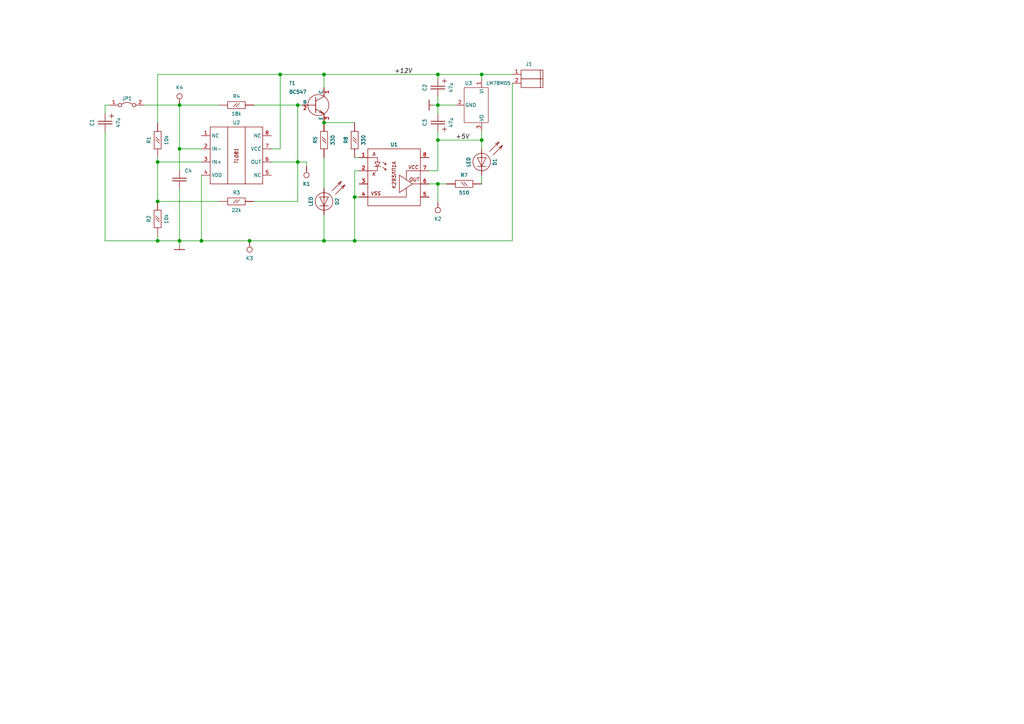
<source format=kicad_sch>
(kicad_sch (version 20231120) (generator "eeschema") (generator_version "8.0")
  (paper "A4")
  (lib_symbols
    (symbol "TL081_1" (pin_names (offset 0.381))
      (property "Reference" "U" (at 0 10.16 0))
      (symbol "TL081_1_1_1"
        (polyline (pts (xy -7.62 -7.62) (xy 7.62 -7.62)))
        (polyline (pts (xy -7.62 8.89) (xy -7.62 -7.62)))
        (polyline (pts (xy -7.62 8.89) (xy 7.62 8.89)))
        (polyline (pts (xy -2.54 8.89) (xy -2.54 -7.62)))
        (polyline (pts (xy 2.54 8.89) (xy 2.54 -7.62)))
        (polyline (pts (xy 7.62 8.89) (xy 7.62 -7.62)))
        (text "TL081" (at 0 0.508 900) (effects (font (size 1.016 1.016) (italic yes))))
        (pin output line (at -10.16 6.35 0) (length 2.54) (name "NC") (number "1"))
        (pin input line (at -10.16 2.54 0) (length 2.54) (name "IN-") (number "2"))
        (pin input line (at -10.16 -1.27 0) (length 2.54) (name "IN+") (number "3"))
        (pin power_in line (at -10.16 -5.08 0) (length 2.54) (name "VDD") (number "4"))
        (pin output line (at 10.16 -5.08 180) (length 2.54) (name "NC") (number "5"))
        (pin input line (at 10.16 -1.27 180) (length 2.54) (name "OUT") (number "6"))
        (pin output line (at 10.16 2.54 180) (length 2.54) (name "VCC") (number "7"))
        (pin power_in line (at 10.16 6.35 180) (length 2.54) (name "NC") (number "8"))
      )
    )
    (symbol "_aa40_capacitors:C_CAP" (pin_numbers hide) (pin_names (offset 0) hide)
      (property "Reference" "C" (at 0 3.81 0))
      (property "Value" "C_CAP" (at 0 -3.81 0))
      (symbol "C_CAP_1_0"
        (polyline (pts (xy -1.27 0) (xy -0.381 0)))
        (polyline (pts (xy -0.381 -2.032) (xy -0.381 2.032)) (stroke (width 0.2032)))
        (polyline (pts (xy 0.381 -2.032) (xy 0.381 2.032)) (stroke (width 0.2032)))
        (polyline (pts (xy 1.27 0) (xy 0.381 0)))
      )
      (symbol "C_CAP_1_1"
        (pin passive line (at -2.54 0 0) (length 1.27) (name "~") (number "1"))
        (pin passive line (at 2.54 0 180) (length 1.27) (name "~") (number "2"))
      )
    )
    (symbol "_aa40_capacitors:C_CAP_PLUS" (pin_numbers hide) (pin_names (offset 0) hide)
      (property "Reference" "C" (at 0 3.81 0))
      (property "Value" "C_CAP_PLUS" (at 0 -3.81 0))
      (symbol "C_CAP_PLUS_1_0"
        (polyline (pts (xy -1.27 0) (xy -0.381 0)))
        (polyline (pts (xy -0.381 -2.032) (xy -0.381 2.032)) (stroke (width 0.2032)))
        (polyline (pts (xy 0.381 -2.032) (xy 0.381 2.032)) (stroke (width 0.2032)))
        (polyline (pts (xy 1.27 0) (xy 0.381 0)))
        (polyline (pts (xy 1.905 -1.27) (xy 1.905 -2.54)))
        (polyline (pts (xy 2.54 -1.905) (xy 1.27 -1.905)))
      )
      (symbol "C_CAP_PLUS_1_1"
        (pin passive line (at 2.54 0 180) (length 1.27) (name "~") (number "1"))
        (pin passive line (at -2.54 0 0) (length 1.27) (name "~") (number "2"))
      )
    )
    (symbol "_aa40_chips:LM78M05_TO252" (pin_names (offset 0.254))
      (property "Reference" "U" (at -3.81 3.175 0))
      (property "Value" "LM78M05_TO252" (at 0 3.175 0))
      (symbol "LM78M05_TO252_1_1"
        (rectangle (start -5.08 1.905) (end 5.08 -5.08) (stroke (width 0.127)))
        (pin power_in line (at -7.62 0 0) (length 2.54) (name "VI") (number "1"))
        (pin power_in line (at 0 -7.62 90) (length 2.54) (name "GND") (number "2"))
        (pin power_out line (at 7.62 0 180) (length 2.54) (name "VO") (number "3"))
      )
    )
    (symbol "_aa40_chips:К293ЛП1А" (pin_names (offset 0.381))
      (property "Reference" "U" (at 0 10.16 0))
      (symbol "К293ЛП1А_1_1"
        (polyline (pts (xy -7.62 -7.62) (xy 7.62 -7.62)))
        (polyline (pts (xy -7.62 8.89) (xy -7.62 -7.62)))
        (polyline (pts (xy -7.62 8.89) (xy 7.62 8.89)))
        (polyline (pts (xy -5.715 3.81) (xy -3.81 3.81)))
        (polyline (pts (xy -3.302 3.556) (xy -2.286 2.794)))
        (polyline (pts (xy -3.302 5.08) (xy -2.286 4.318)))
        (polyline (pts (xy -2.286 2.794) (xy -2.794 2.794)))
        (polyline (pts (xy -2.286 2.794) (xy -2.54 3.302)))
        (polyline (pts (xy -2.286 4.318) (xy -2.794 4.318)))
        (polyline (pts (xy -2.286 4.318) (xy -2.54 4.826)))
        (polyline (pts (xy 5.334 -1.27) (xy 7.62 -1.27)))
        (polyline (pts (xy 7.62 8.89) (xy 7.62 -7.62)))
        (polyline (pts (xy -4.826 3.81) (xy -4.826 2.54) (xy -7.62 2.54)))
        (polyline (pts (xy -4.826 5.08) (xy -4.826 6.35) (xy -7.62 6.35)))
        (polyline (pts (xy 3.556 -2.54) (xy 3.556 -5.08) (xy -7.62 -5.08)))
        (polyline (pts (xy 3.556 0) (xy 3.556 2.54) (xy 7.62 2.54)))
        (polyline (pts (xy -4.826 3.81) (xy -5.588 5.08) (xy -4.064 5.08) (xy -4.826 3.81)))
        (polyline (pts (xy 5.334 -1.27) (xy 1.524 1.27) (xy 1.524 -3.81) (xy 5.334 -1.27)))
        (text "A" (at -5.842 7.366 0) (effects (font (size 1.016 1.016) (italic yes))))
        (text "K" (at -5.842 1.524 0) (effects (font (size 1.016 1.016) (italic yes))))
        (text "OUT" (at 5.842 0 0) (effects (font (size 1.016 1.016) (italic yes))))
        (text "VCC" (at 5.588 3.556 0) (effects (font (size 1.016 1.016) (italic yes))))
        (text "VSS" (at -5.334 -4.064 0) (effects (font (size 1.016 1.016) (italic yes))))
        (text "К293ЛП1А" (at 0 1.27 900) (effects (font (size 1.016 1.016) (italic yes))))
        (pin output line (at -10.16 6.35 0) (length 2.54) (name "~") (number "1"))
        (pin input line (at -10.16 2.54 0) (length 2.54) (name "~") (number "2"))
        (pin input line (at -10.16 -1.27 0) (length 2.54) (name "~") (number "3"))
        (pin power_in line (at -10.16 -5.08 0) (length 2.54) (name "~") (number "4"))
        (pin output line (at 10.16 -5.08 180) (length 2.54) (name "~") (number "5"))
        (pin input line (at 10.16 -1.27 180) (length 2.54) (name "~") (number "6"))
        (pin output line (at 10.16 2.54 180) (length 2.54) (name "~") (number "7"))
        (pin power_in line (at 10.16 6.35 180) (length 2.54) (name "~") (number "8"))
      )
    )
    (symbol "_aa40_connectors:Conn_2pin01" (pin_names (offset 1.016))
      (property "Reference" "J" (at -0.254 3.048 0))
      (symbol "Conn_2pin01_0_1"
        (rectangle (start -2.54 -1.27) (end 3.81 -3.81))
        (rectangle (start -2.54 1.27) (end 3.81 -1.27))
        (polyline (pts (xy 3.048 1.27) (xy 3.048 -3.81)))
      )
      (symbol "Conn_2pin01_1_1"
        (pin bidirectional line (at -5.08 0 0) (length 2.54) (name "~") (number "1"))
        (pin bidirectional line (at -5.08 -2.54 0) (length 2.54) (name "~") (number "2"))
      )
    )
    (symbol "_aa40_diodes:LED1" (pin_numbers hide) (pin_names (offset 0) hide)
      (property "Reference" "D" (at 0 3.81 0))
      (property "Value" "LED" (at 0 -3.81 0))
      (symbol "LED1_0_1"
        (circle (center 0 0) (radius 2.54))
      )
      (symbol "LED1_1_1"
        (polyline (pts (xy -5.588 4.826) (xy -3.048 2.286)))
        (polyline (pts (xy -4.572 5.842) (xy -2.032 3.302)))
        (polyline (pts (xy -1.27 -1.27) (xy 1.27 0)))
        (polyline (pts (xy -1.27 0) (xy 1.27 0)))
        (polyline (pts (xy -1.27 1.27) (xy -1.27 -1.27)))
        (polyline (pts (xy -1.27 1.27) (xy 1.27 0)))
        (polyline (pts (xy 1.27 1.27) (xy 1.27 -1.27)))
        (polyline (pts (xy -5.842 5.08) (xy -4.699 4.445) (xy -5.842 5.08) (xy -5.207 3.937) (xy -5.842 5.08)))
        (polyline (pts (xy -4.826 6.096) (xy -3.683 5.461) (xy -4.826 6.096) (xy -4.191 4.953) (xy -4.826 6.096)))
        (pin passive line (at 3.81 0 180) (length 2.54) (name "C") (number "1"))
        (pin passive line (at -3.81 0 0) (length 2.54) (name "A") (number "2"))
      )
    )
    (symbol "_aa40_misc:GND" (power) (pin_numbers hide) (pin_names (offset 0) hide)
      (symbol "GND_1_1"
        (polyline (pts (xy -1.524 0) (xy 1.524 0)) (stroke (width 0.2032)))
        (pin power_in line (at 0 1.27 270) (length 1.27) (name "GND") (number "1"))
      )
    )
    (symbol "_aa40_misc:JUMP2B" (pin_names (offset 0) hide)
      (property "Reference" "JP" (at 0 1.905 0))
      (property "Value" "Jumper_2_Bridged" (at 0 -2.54 0))
      (symbol "JUMP2B_0_0"
        (circle (center -2.032 0) (radius 0.508))
        (circle (center 2.032 0) (radius 0.508))
      )
      (symbol "JUMP2B_0_1"
        (arc (start 1.524 0.254) (mid 0 0.762) (end -1.524 0.254))
      )
      (symbol "JUMP2B_1_1"
        (pin passive line (at -5.08 0 0) (length 2.54) (name "A") (number "1"))
        (pin passive line (at 5.08 0 180) (length 2.54) (name "B") (number "2"))
      )
    )
    (symbol "_aa40_misc:test_point" (pin_numbers hide) (pin_names (offset 0.762) hide)
      (property "Reference" "TP" (at -3.81 0 0))
      (symbol "test_point_0_1"
        (polyline (pts (xy 0 1.778) (xy 0 0.508)))
        (circle (center 0 2.54) (radius 0.762))
      )
      (symbol "test_point_1_1"
        (pin passive line (at 0 0 90) (length 1.27) (name "1") (number "1"))
      )
    )
    (symbol "_aa40_resistors:R_RES_0.125W" (pin_numbers hide) (pin_names (offset 0) hide)
      (property "Reference" "R" (at 0 2.54 0))
      (property "Value" "R_RES_0.125W" (at 0 -2.54 0))
      (symbol "R_RES_0.125W_1_0"
        (rectangle (start -2.54 1.016) (end 2.54 -1.016))
        (polyline (pts (xy 2.54 0) (xy 5.08 0)))
      )
      (symbol "R_RES_0.125W_1_1"
        (polyline (pts (xy 0.127 0.508) (xy -0.889 -0.508)))
        (polyline (pts (xy 0.889 0.508) (xy -0.127 -0.508)))
        (pin passive line (at -5.08 0 0) (length 2.54) (name "~") (number "1"))
        (pin passive line (at 5.08 0 180) (length 2.54) (name "~") (number "2"))
      )
    )
    (symbol "_aa40_transistors:BC547" (pin_names (offset 0))
      (property "Reference" "T" (at -8.89 6.35 0))
      (property "Value" "BC547" (at -8.89 3.81 0))
      (symbol "BC547_0_1"
        (circle (center -0.381 0) (radius 3.048))
        (polyline (pts (xy -3.429 0) (xy -1.143 0)))
        (polyline (pts (xy -1.143 -1.143) (xy 1.27 -2.54)))
        (polyline (pts (xy -1.143 1.143) (xy 1.27 2.54)))
        (polyline (pts (xy -0.1778 -2.0574) (xy 1.27 -2.524)))
        (polyline (pts (xy 0.127 -1.524) (xy 1.27 -2.54)))
      )
      (symbol "BC547_1_1"
        (polyline (pts (xy -1.143 2.2225) (xy -1.143 -2.2225)) (stroke (width 0.2032)))
        (pin input line (at 1.27 5.08 270) (length 2.54) (name "C") (number "1"))
        (pin input line (at -5.08 0 0) (length 1.651) (name "B") (number "2"))
        (pin input line (at 1.27 -5.08 90) (length 2.54) (name "E") (number "3"))
      )
    )
  )
  (junction (at 127 40.64))
  (junction (at 102.87 69.85))
  (junction (at 139.7 21.59))
  (junction (at 81.28 21.59))
  (junction (at 93.98 21.59))
  (junction (at 52.07 30.48))
  (junction (at 52.07 43.18))
  (junction (at 45.72 69.85))
  (junction (at 86.36 30.48))
  (junction (at 72.39 69.85))
  (junction (at 127 21.59))
  (junction (at 93.98 69.85))
  (junction (at 93.98 35.56))
  (junction (at 102.87 57.15))
  (junction (at 86.36 46.99))
  (junction (at 58.42 69.85))
  (junction (at 52.07 69.85))
  (junction (at 139.7 40.64))
  (junction (at 127 30.48))
  (junction (at 45.72 58.42))
  (junction (at 127 53.34))
  (junction (at 45.72 46.99))
  (wire (pts (xy 86.36 58.42) (xy 86.36 46.99)))
  (wire (pts (xy 63.5 30.48) (xy 52.07 30.48)))
  (wire (pts (xy 45.72 46.99) (xy 45.72 58.42)))
  (wire (pts (xy 78.74 46.99) (xy 86.36 46.99)))
  (wire (pts (xy 93.98 45.72) (xy 93.98 54.61)))
  (wire (pts (xy 102.87 49.53) (xy 102.87 57.15)))
  (wire (pts (xy 102.87 69.85) (xy 148.59 69.85)))
  (wire (pts (xy 30.48 38.1) (xy 30.48 69.85)))
  (wire (pts (xy 139.7 22.86) (xy 139.7 21.59)))
  (wire (pts (xy 78.74 43.18) (xy 81.28 43.18)))
  (wire (pts (xy 30.48 69.85) (xy 45.72 69.85)))
  (wire (pts (xy 58.42 69.85) (xy 52.07 69.85)))
  (wire (pts (xy 127 22.86) (xy 127 21.59)))
  (wire (pts (xy 104.14 57.15) (xy 102.87 57.15)))
  (wire (pts (xy 127 21.59) (xy 139.7 21.59)))
  (wire (pts (xy 132.08 30.48) (xy 127 30.48)))
  (wire (pts (xy 148.59 24.13) (xy 148.59 69.85)))
  (wire (pts (xy 87.63 30.48) (xy 86.36 30.48)))
  (wire (pts (xy 52.07 49.53) (xy 52.07 43.18)))
  (wire (pts (xy 104.14 49.53) (xy 102.87 49.53)))
  (wire (pts (xy 45.72 21.59) (xy 81.28 21.59)))
  (wire (pts (xy 41.91 30.48) (xy 52.07 30.48)))
  (wire (pts (xy 129.54 53.34) (xy 127 53.34)))
  (wire (pts (xy 102.87 35.56) (xy 93.98 35.56)))
  (wire (pts (xy 52.07 69.85) (xy 45.72 69.85)))
  (wire (pts (xy 127 30.48) (xy 127 33.02)))
  (wire (pts (xy 102.87 57.15) (xy 102.87 69.85)))
  (wire (pts (xy 52.07 54.61) (xy 52.07 69.85)))
  (wire (pts (xy 139.7 40.64) (xy 127 40.64)))
  (wire (pts (xy 139.7 38.1) (xy 139.7 40.64)))
  (wire (pts (xy 127 38.1) (xy 127 40.64)))
  (wire (pts (xy 73.66 58.42) (xy 86.36 58.42)))
  (wire (pts (xy 139.7 21.59) (xy 148.59 21.59)))
  (wire (pts (xy 45.72 45.72) (xy 45.72 46.99)))
  (wire (pts (xy 104.14 45.72) (xy 102.87 45.72)))
  (wire (pts (xy 81.28 43.18) (xy 81.28 21.59)))
  (wire (pts (xy 93.98 62.23) (xy 93.98 69.85)))
  (wire (pts (xy 93.98 21.59) (xy 127 21.59)))
  (wire (pts (xy 124.46 49.53) (xy 127 49.53)))
  (wire (pts (xy 30.48 33.02) (xy 30.48 30.48)))
  (wire (pts (xy 139.7 50.8) (xy 139.7 53.34)))
  (wire (pts (xy 127 53.34) (xy 124.46 53.34)))
  (wire (pts (xy 93.98 25.4) (xy 93.98 21.59)))
  (wire (pts (xy 127 58.42) (xy 127 53.34)))
  (wire (pts (xy 127 40.64) (xy 127 49.53)))
  (wire (pts (xy 73.66 30.48) (xy 86.36 30.48)))
  (wire (pts (xy 63.5 58.42) (xy 45.72 58.42)))
  (wire (pts (xy 86.36 30.48) (xy 86.36 46.99)))
  (wire (pts (xy 45.72 69.85) (xy 45.72 68.58)))
  (wire (pts (xy 125.73 30.48) (xy 127 30.48)))
  (wire (pts (xy 58.42 46.99) (xy 45.72 46.99)))
  (wire (pts (xy 139.7 43.18) (xy 139.7 40.64)))
  (wire (pts (xy 88.9 46.99) (xy 86.36 46.99)))
  (wire (pts (xy 52.07 71.12) (xy 52.07 69.85)))
  (wire (pts (xy 52.07 43.18) (xy 58.42 43.18)))
  (wire (pts (xy 45.72 21.59) (xy 45.72 35.56)))
  (wire (pts (xy 88.9 48.26) (xy 88.9 46.99)))
  (wire (pts (xy 58.42 50.8) (xy 58.42 69.85)))
  (wire (pts (xy 93.98 69.85) (xy 72.39 69.85)))
  (wire (pts (xy 30.48 30.48) (xy 31.75 30.48)))
  (wire (pts (xy 102.87 69.85) (xy 93.98 69.85)))
  (wire (pts (xy 127 27.94) (xy 127 30.48)))
  (wire (pts (xy 72.39 69.85) (xy 58.42 69.85)))
  (wire (pts (xy 52.07 30.48) (xy 52.07 43.18)))
  (wire (pts (xy 81.28 21.59) (xy 93.98 21.59)))
  (label "+12V" (at 114.3 21.59 0) (effects (font (italic yes))))
  (label "+5V" (at 132.08 40.64 0) (effects (font (italic yes))))
  (symbol (lib_id "_aa40_resistors:R_RES_0.125W") (at 45.72 40.64 90) (unit 1)
    (property "Reference" "R1" (at 43.18 40.64 0) (effects (font (size 1.016 1.016))))
    (property "Value" "10k" (at 48.26 40.64 0) (effects (font (size 1.016 1.016))))
    (property "Footprint" "Resistor_THT:R_Axial_DIN0309_L9.0mm_D3.2mm_P12.70mm_Horizontal" (effects (hide yes)))
    (property "Description" "Резистор 0.125 Ватт" (effects (hide yes)))
  )
  (symbol (lib_id "_aa40_diodes:LED1") (at 93.98 58.42 270) (unit 1)
    (property "Reference" "D2" (at 97.79 58.42 0) (effects (font (size 1.016 1.016))))
    (property "Value" "LED" (at 90.17 58.42 0) (effects (font (size 1.016 1.016))))
    (property "Footprint" "_aDiodes:LED_D3.0mm" (effects (hide yes)))
    (property "Description" "Светодиод" (effects (hide yes)))
  )
  (symbol (lib_id "_aa40_misc:test_point") (at 52.07 30.48 0) (unit 1)
    (property "Reference" "K4" (at 52.07 25.4 0) (effects (font (size 1.016 1.016))))
    (property "Value" "test_point" (effects (hide yes)))
    (property "Footprint" "TestPoint:TestPoint_THTPad_D2.5mm_Drill1.2mm" (effects (hide yes)))
  )
  (symbol (lib_id "_aa40_chips:К293ЛП1А") (at 114.3 52.07 0) (unit 1)
    (property "Reference" "U1" (at 114.3 41.91 0) (effects (font (size 1.016 1.016))))
    (property "Value" "К293ЛП1А" (effects (hide yes)))
    (property "Footprint" "Package_DIP:DIP-8_W7.62mm_LongPads" (effects (hide yes)))
  )
  (symbol (lib_id "_aa40_misc:GND") (at 124.46 30.48 270) (unit 1)
    (property "Reference" "#PWR02" (effects (hide yes)))
    (property "Value" "GND" (effects (hide yes)))
    (property "Description" "Соединение с общим проводом (корпусом)" (effects (hide yes)))
  )
  (symbol (lib_id "_aa40_transistors:BC547") (at 92.71 30.48 0) (unit 1)
    (property "Reference" "T1" (at 83.82 24.13 0) (effects (font (size 1.016 1.016)) (justify left)))
    (property "Value" "BC547" (at 83.82 26.67 0) (effects (font (size 1.016 1.016)) (justify left)))
    (property "Footprint" "_aTransistors:TO-92-01" (effects (hide yes)))
    (property "Description" "Транзистор NPN, Vceo=45V, Ic=500mA, Ptot=625mW, hfe=125...900" (effects (hide yes)))
  )
  (symbol (lib_id "_aa40_misc:GND") (at 52.07 72.39 0) (unit 1)
    (property "Reference" "#PWR01" (effects (hide yes)))
    (property "Value" "GND" (effects (hide yes)))
    (property "Description" "Соединение с общим проводом (корпусом)" (effects (hide yes)))
  )
  (symbol (lib_id "_aa40_resistors:R_RES_0.125W") (at 68.58 58.42 0) (unit 1)
    (property "Reference" "R3" (at 68.58 55.88 0) (effects (font (size 1.016 1.016))))
    (property "Value" "22k" (at 68.58 60.96 0) (effects (font (size 1.016 1.016))))
    (property "Footprint" "Resistor_THT:R_Axial_DIN0309_L9.0mm_D3.2mm_P12.70mm_Horizontal" (effects (hide yes)))
    (property "Description" "Резистор 0.125 Ватт" (effects (hide yes)))
  )
  (symbol (lib_id "_aa40_capacitors:C_CAP") (at 52.07 52.07 90) (unit 1)
    (property "Reference" "C4" (at 54.61 49.53 90) (effects (font (size 1.016 1.016))))
    (property "Value" "C_CAP" (effects (hide yes)))
    (property "Footprint" "Capacitor_SMD:C_1206_3216Metric" (effects (hide yes)))
    (property "Description" "Конденсатор постоянной емкости" (effects (hide yes)))
  )
  (symbol (lib_id "_aa40_misc:test_point") (at 127 58.42 180) (unit 1)
    (property "Reference" "K2" (at 127 63.5 0) (effects (font (size 1.016 1.016))))
    (property "Value" "test_point" (effects (hide yes)))
    (property "Footprint" "TestPoint:TestPoint_THTPad_D2.5mm_Drill1.2mm" (effects (hide yes)))
  )
  (symbol (lib_id "_aa40_misc:test_point") (at 88.9 48.26 180) (unit 1)
    (property "Reference" "K1" (at 88.9 53.34 0) (effects (font (size 1.016 1.016))))
    (property "Value" "test_point" (effects (hide yes)))
    (property "Footprint" "TestPoint:TestPoint_THTPad_D2.5mm_Drill1.2mm" (effects (hide yes)))
  )
  (symbol (lib_id "_aa40_resistors:R_RES_0.125W") (at 102.87 40.64 90) (unit 1)
    (property "Reference" "R8" (at 100.33 40.64 0) (effects (font (size 1.016 1.016))))
    (property "Value" "330" (at 105.41 40.64 0) (effects (font (size 1.016 1.016))))
    (property "Footprint" "Resistor_THT:R_Axial_DIN0309_L9.0mm_D3.2mm_P12.70mm_Horizontal" (effects (hide yes)))
    (property "Description" "Резистор 0.125 Ватт" (effects (hide yes)))
  )
  (symbol (lib_id "_aa40_connectors:Conn_2pin01") (at 153.67 21.59 0) (unit 1)
    (property "Reference" "J1" (at 153.416 18.542 0) (effects (font (size 1.016 1.016))))
    (property "Value" "Conn_2pin01" (effects (hide yes)))
    (property "Footprint" "Connector_PinHeader_2.54mm:PinHeader_1x02_P2.54mm_Vertical" (effects (hide yes)))
  )
  (symbol (lib_name "TL081_1") (lib_id "_aa40_chips:TL081") (at 68.58 45.72 0) (unit 1)
    (property "Reference" "U2" (at 68.58 35.56 0) (effects (font (size 1.016 1.016))))
    (property "Value" "TL081" (effects (hide yes)))
    (property "Footprint" "Package_DIP:DIP-8_W7.62mm_LongPads" (effects (hide yes)))
  )
  (symbol (lib_id "_aa40_resistors:R_RES_0.125W") (at 45.72 63.5 90) (unit 1)
    (property "Reference" "R2" (at 43.18 63.5 0) (effects (font (size 1.016 1.016))))
    (property "Value" "10k" (at 48.26 63.5 0) (effects (font (size 1.016 1.016))))
    (property "Footprint" "Resistor_THT:R_Axial_DIN0309_L9.0mm_D3.2mm_P12.70mm_Horizontal" (effects (hide yes)))
    (property "Description" "Резистор 0.125 Ватт" (effects (hide yes)))
  )
  (symbol (lib_id "_aa40_resistors:R_RES_0.125W") (at 68.58 30.48 0) (unit 1)
    (property "Reference" "R4" (at 68.58 27.94 0) (effects (font (size 1.016 1.016))))
    (property "Value" "18k" (at 68.58 33.02 0) (effects (font (size 1.016 1.016))))
    (property "Footprint" "Resistor_THT:R_Axial_DIN0309_L9.0mm_D3.2mm_P12.70mm_Horizontal" (effects (hide yes)))
    (property "Description" "Резистор 0.125 Ватт" (effects (hide yes)))
  )
  (symbol (lib_id "_aa40_diodes:LED1") (at 139.7 46.99 270) (unit 1)
    (property "Reference" "D1" (at 143.51 46.99 0) (effects (font (size 1.016 1.016))))
    (property "Value" "LED" (at 135.89 46.99 0) (effects (font (size 1.016 1.016))))
    (property "Footprint" "_aDiodes:LED_D3.0mm" (effects (hide yes)))
    (property "Description" "Светодиод" (effects (hide yes)))
  )
  (symbol (lib_id "_aa40_capacitors:C_CAP_PLUS") (at 30.48 35.56 90) (unit 1)
    (property "Reference" "C1" (at 26.67 35.56 0) (effects (font (size 1.016 1.016))))
    (property "Value" "47u" (at 34.29 35.56 0) (effects (font (size 1.016 1.016))))
    (property "Footprint" "_aCapa:CPD4.0P2.00v1" (effects (hide yes)))
    (property "Description" "Конденсатор полярный" (effects (hide yes)))
  )
  (symbol (lib_id "_aa40_resistors:R_RES_0.125W") (at 134.62 53.34 0) (mirror y) (unit 1)
    (property "Reference" "R7" (at 134.62 50.8 0) (effects (font (size 1.016 1.016))))
    (property "Value" "510" (at 134.62 55.88 0) (effects (font (size 1.016 1.016))))
    (property "Footprint" "Resistor_THT:R_Axial_DIN0309_L9.0mm_D3.2mm_P12.70mm_Horizontal" (effects (hide yes)))
    (property "Description" "Резистор 0.125 Ватт" (effects (hide yes)))
  )
  (symbol (lib_id "_aa40_misc:JUMP2B") (at 36.83 30.48 0) (unit 1)
    (property "Reference" "JP1" (at 36.83 28.575 0) (effects (font (size 1.016 1.016))))
    (property "Value" "Jumper_2_Bridged" (effects (hide yes)))
    (property "Footprint" "Connector_PinHeader_2.54mm:PinHeader_1x02_P2.54mm_Vertical" (effects (hide yes)))
    (property "Description" "Jumper, 2-pole, closed/bridged" (effects (hide yes)))
  )
  (symbol (lib_id "_aa40_capacitors:C_CAP_PLUS") (at 127 35.56 90) (mirror x) (unit 1)
    (property "Reference" "C3" (at 123.19 35.56 0) (effects (font (size 1.016 1.016))))
    (property "Value" "47u" (at 130.81 35.56 0) (effects (font (size 1.016 1.016))))
    (property "Footprint" "_aCapa:CPD4.0P2.00v1" (effects (hide yes)))
    (property "Description" "Конденсатор полярный" (effects (hide yes)))
  )
  (symbol (lib_id "_aa40_resistors:R_RES_0.125W") (at 93.98 40.64 90) (unit 1)
    (property "Reference" "R5" (at 91.44 40.64 0) (effects (font (size 1.016 1.016))))
    (property "Value" "330" (at 96.52 40.64 0) (effects (font (size 1.016 1.016))))
    (property "Footprint" "Resistor_THT:R_Axial_DIN0309_L9.0mm_D3.2mm_P12.70mm_Horizontal" (effects (hide yes)))
    (property "Description" "Резистор 0.125 Ватт" (effects (hide yes)))
  )
  (symbol (lib_id "_aa40_chips:LM78M05_TO252") (at 139.7 30.48 270) (unit 1)
    (property "Reference" "U3" (at 135.89 24.13 90) (effects (font (size 1.016 1.016))))
    (property "Value" "LM78M05" (at 140.97 24.13 90) (effects (font (size 1.016 1.016)) (justify left)))
    (property "Footprint" "Package_TO_SOT_SMD:TO-252-2" (effects (hide yes)))
    (property "Datasheet" "https://www.onsemi.com/pub/Collateral/MC78M00-D.PDF" (effects (hide yes)))
    (property "Description" "Positive 500mA 35V Linear Regulator, Fixed Output 5V, TO-252 (D-PAK)" (effects (hide yes)))
  )
  (symbol (lib_id "_aa40_capacitors:C_CAP_PLUS") (at 127 25.4 90) (unit 1)
    (property "Reference" "C2" (at 123.19 25.4 0) (effects (font (size 1.016 1.016))))
    (property "Value" "47u" (at 130.81 25.4 0) (effects (font (size 1.016 1.016))))
    (property "Footprint" "_aCapa:CPD4.0P2.00v1" (effects (hide yes)))
    (property "Description" "Конденсатор полярный" (effects (hide yes)))
  )
  (symbol (lib_id "_aa40_misc:test_point") (at 72.39 69.85 180) (unit 1)
    (property "Reference" "K3" (at 72.39 74.93 0) (effects (font (size 1.016 1.016))))
    (property "Value" "test_point" (effects (hide yes)))
    (property "Footprint" "TestPoint:TestPoint_THTPad_D2.5mm_Drill1.2mm" (effects (hide yes)))
  )
)
</source>
